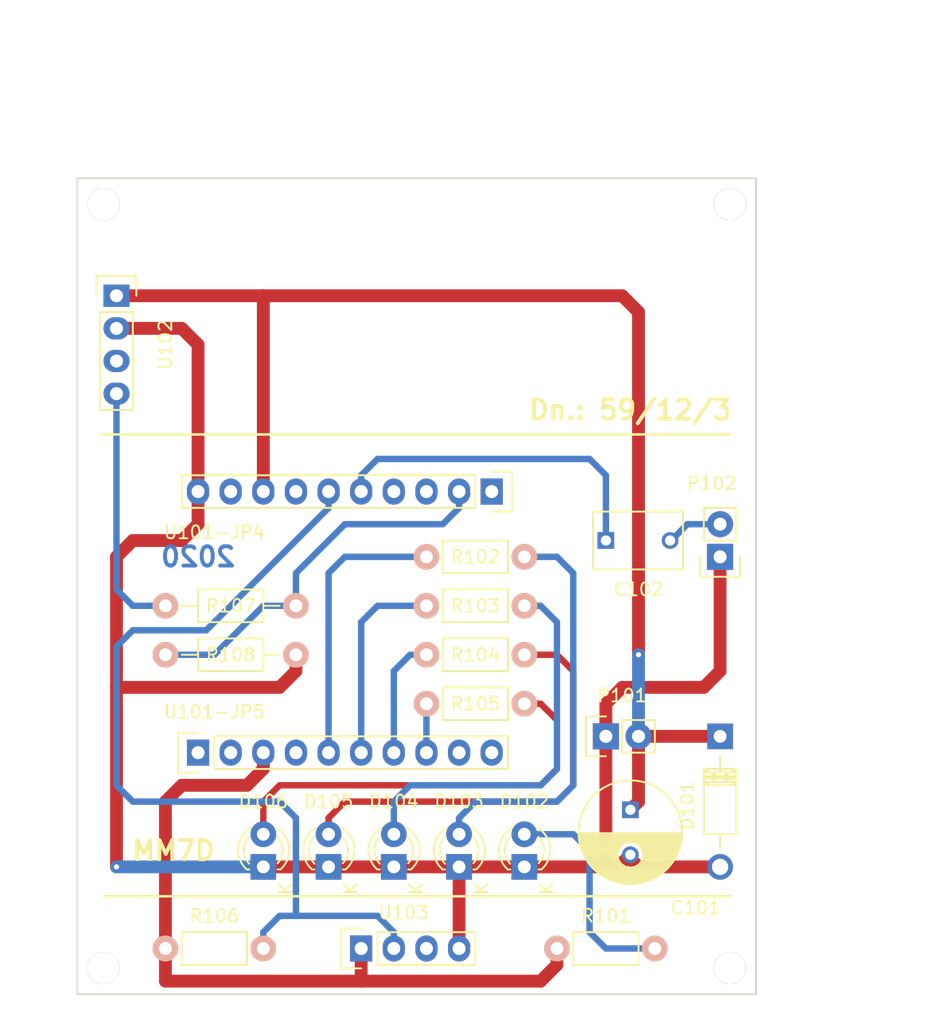
<source format=kicad_pcb>
(kicad_pcb (version 4) (host pcbnew 4.0.5+dfsg1-4)

  (general
    (links 35)
    (no_connects 0)
    (area 123.876999 66.980999 176.859001 130.631001)
    (thickness 1.6)
    (drawings 13)
    (tracks 135)
    (zones 0)
    (modules 26)
    (nets 30)
  )

  (page A4)
  (title_block
    (title "MM7D Air quality measuring device")
    (date 2020-06-20)
    (rev 200620)
    (company "Pozsar Zsolt - http://www.szerafingomba.hu")
    (comment 4 "Draw no.: 59/12/3")
  )

  (layers
    (0 F.Cu signal)
    (31 B.Cu jumper)
    (33 F.Adhes user hide)
    (35 F.Paste user hide)
    (37 F.SilkS user)
    (38 B.Mask user)
    (40 Dwgs.User user)
    (41 Cmts.User user)
    (42 Eco1.User user)
    (43 Eco2.User user)
    (44 Edge.Cuts user)
    (45 Margin user)
    (46 B.CrtYd user)
    (47 F.CrtYd user)
    (49 F.Fab user)
  )

  (setup
    (last_trace_width 0.5)
    (user_trace_width 0.5)
    (user_trace_width 1)
    (user_trace_width 2.5)
    (trace_clearance 0.2)
    (zone_clearance 0.508)
    (zone_45_only no)
    (trace_min 0.2)
    (segment_width 0.2)
    (edge_width 0.15)
    (via_size 0.6)
    (via_drill 0.4)
    (via_min_size 0.4)
    (via_min_drill 0.3)
    (uvia_size 0.3)
    (uvia_drill 0.1)
    (uvias_allowed no)
    (uvia_min_size 0.2)
    (uvia_min_drill 0.1)
    (pcb_text_width 0.3)
    (pcb_text_size 1.5 1.5)
    (mod_edge_width 0.15)
    (mod_text_size 1 1)
    (mod_text_width 0.15)
    (pad_size 1.99898 1.99898)
    (pad_drill 1.00076)
    (pad_to_mask_clearance 0.2)
    (aux_axis_origin 123.952 67.056)
    (visible_elements 7FFEFF7F)
    (pcbplotparams
      (layerselection 0x01020_80000001)
      (usegerberextensions false)
      (excludeedgelayer false)
      (linewidth 0.150000)
      (plotframeref false)
      (viasonmask false)
      (mode 1)
      (useauxorigin false)
      (hpglpennumber 1)
      (hpglpenspeed 20)
      (hpglpendiameter 15)
      (hpglpenoverlay 2)
      (psnegative false)
      (psa4output false)
      (plotreference false)
      (plotvalue false)
      (plotinvisibletext false)
      (padsonsilk false)
      (subtractmaskfromsilk false)
      (outputformat 1)
      (mirror false)
      (drillshape 0)
      (scaleselection 1)
      (outputdirectory ""))
  )

  (net 0 "")
  (net 1 +5V)
  (net 2 GND)
  (net 3 +3V3)
  (net 4 "Net-(C102-Pad1)")
  (net 5 "Net-(C102-Pad2)")
  (net 6 "Net-(D102-Pad2)")
  (net 7 "Net-(D103-Pad2)")
  (net 8 "Net-(D104-Pad2)")
  (net 9 "Net-(D105-Pad2)")
  (net 10 "Net-(D106-Pad2)")
  (net 11 "Net-(R102-Pad2)")
  (net 12 "Net-(R103-Pad1)")
  (net 13 "Net-(R104-Pad1)")
  (net 14 "Net-(R105-Pad1)")
  (net 15 "Net-(R106-Pad2)")
  (net 16 "Net-(R107-Pad1)")
  (net 17 "Net-(R107-Pad2)")
  (net 18 "Net-(U103-Pad3)")
  (net 19 "Net-(U101-JP4-Pad1)")
  (net 20 "Net-(U101-JP4-Pad3)")
  (net 21 "Net-(U101-JP4-Pad4)")
  (net 22 "Net-(U101-JP4-Pad7)")
  (net 23 "Net-(U101-JP4-Pad9)")
  (net 24 "Net-(U101-JP5-Pad1)")
  (net 25 "Net-(U101-JP5-Pad2)")
  (net 26 "Net-(U101-JP5-Pad4)")
  (net 27 "Net-(U101-JP5-Pad9)")
  (net 28 "Net-(U101-JP5-Pad10)")
  (net 29 "Net-(U102-Pad3)")

  (net_class Default "This is the default net class."
    (clearance 0.2)
    (trace_width 0.25)
    (via_dia 0.6)
    (via_drill 0.4)
    (uvia_dia 0.3)
    (uvia_drill 0.1)
    (add_net +3V3)
    (add_net +5V)
    (add_net GND)
    (add_net "Net-(C102-Pad1)")
    (add_net "Net-(C102-Pad2)")
    (add_net "Net-(D102-Pad2)")
    (add_net "Net-(D103-Pad2)")
    (add_net "Net-(D104-Pad2)")
    (add_net "Net-(D105-Pad2)")
    (add_net "Net-(D106-Pad2)")
    (add_net "Net-(R102-Pad2)")
    (add_net "Net-(R103-Pad1)")
    (add_net "Net-(R104-Pad1)")
    (add_net "Net-(R105-Pad1)")
    (add_net "Net-(R106-Pad2)")
    (add_net "Net-(R107-Pad1)")
    (add_net "Net-(R107-Pad2)")
    (add_net "Net-(U101-JP4-Pad1)")
    (add_net "Net-(U101-JP4-Pad3)")
    (add_net "Net-(U101-JP4-Pad4)")
    (add_net "Net-(U101-JP4-Pad7)")
    (add_net "Net-(U101-JP4-Pad9)")
    (add_net "Net-(U101-JP5-Pad1)")
    (add_net "Net-(U101-JP5-Pad10)")
    (add_net "Net-(U101-JP5-Pad2)")
    (add_net "Net-(U101-JP5-Pad4)")
    (add_net "Net-(U101-JP5-Pad9)")
    (add_net "Net-(U102-Pad3)")
    (add_net "Net-(U103-Pad3)")
  )

  (module Resistors_THT:Resistor_Horizontal_RM7mm (layer F.Cu) (tedit 5F0DF4AE) (tstamp 5F0DB64F)
    (at 158.75 96.52 180)
    (descr "Resistor, Axial,  RM 7.62mm, 1/3W,")
    (tags "Resistor Axial RM 7.62mm 1/3W R3")
    (path /5EF7A4FE)
    (fp_text reference R102 (at 3.81 0 180) (layer F.SilkS)
      (effects (font (size 1 1) (thickness 0.15)))
    )
    (fp_text value 470 (at 3.81 3.81 180) (layer F.Fab)
      (effects (font (size 1 1) (thickness 0.15)))
    )
    (fp_line (start -1.25 -1.5) (end 8.85 -1.5) (layer F.CrtYd) (width 0.05))
    (fp_line (start -1.25 1.5) (end -1.25 -1.5) (layer F.CrtYd) (width 0.05))
    (fp_line (start 8.85 -1.5) (end 8.85 1.5) (layer F.CrtYd) (width 0.05))
    (fp_line (start -1.25 1.5) (end 8.85 1.5) (layer F.CrtYd) (width 0.05))
    (fp_line (start 1.27 -1.27) (end 6.35 -1.27) (layer F.SilkS) (width 0.15))
    (fp_line (start 6.35 -1.27) (end 6.35 1.27) (layer F.SilkS) (width 0.15))
    (fp_line (start 6.35 1.27) (end 1.27 1.27) (layer F.SilkS) (width 0.15))
    (fp_line (start 1.27 1.27) (end 1.27 -1.27) (layer F.SilkS) (width 0.15))
    (pad 1 thru_hole circle (at 0 0 180) (size 1.99898 1.99898) (drill 1.00076) (layers *.Cu *.SilkS *.Mask)
      (net 7 "Net-(D103-Pad2)"))
    (pad 2 thru_hole circle (at 7.62 0 180) (size 1.99898 1.99898) (drill 1.00076) (layers *.Cu *.SilkS *.Mask)
      (net 11 "Net-(R102-Pad2)"))
  )

  (module Resistors_THT:Resistor_Horizontal_RM7mm (layer F.Cu) (tedit 5F0DF4B5) (tstamp 5F0DB66B)
    (at 151.13 100.33)
    (descr "Resistor, Axial,  RM 7.62mm, 1/3W,")
    (tags "Resistor Axial RM 7.62mm 1/3W R3")
    (path /5EEE416B)
    (fp_text reference R103 (at 3.81 0) (layer F.SilkS)
      (effects (font (size 1 1) (thickness 0.15)))
    )
    (fp_text value 470 (at 3.81 3.81) (layer F.Fab)
      (effects (font (size 1 1) (thickness 0.15)))
    )
    (fp_line (start -1.25 -1.5) (end 8.85 -1.5) (layer F.CrtYd) (width 0.05))
    (fp_line (start -1.25 1.5) (end -1.25 -1.5) (layer F.CrtYd) (width 0.05))
    (fp_line (start 8.85 -1.5) (end 8.85 1.5) (layer F.CrtYd) (width 0.05))
    (fp_line (start -1.25 1.5) (end 8.85 1.5) (layer F.CrtYd) (width 0.05))
    (fp_line (start 1.27 -1.27) (end 6.35 -1.27) (layer F.SilkS) (width 0.15))
    (fp_line (start 6.35 -1.27) (end 6.35 1.27) (layer F.SilkS) (width 0.15))
    (fp_line (start 6.35 1.27) (end 1.27 1.27) (layer F.SilkS) (width 0.15))
    (fp_line (start 1.27 1.27) (end 1.27 -1.27) (layer F.SilkS) (width 0.15))
    (pad 1 thru_hole circle (at 0 0) (size 1.99898 1.99898) (drill 1.00076) (layers *.Cu *.SilkS *.Mask)
      (net 12 "Net-(R103-Pad1)"))
    (pad 2 thru_hole circle (at 7.62 0) (size 1.99898 1.99898) (drill 1.00076) (layers *.Cu *.SilkS *.Mask)
      (net 8 "Net-(D104-Pad2)"))
  )

  (module Resistors_THT:Resistor_Horizontal_RM7mm (layer F.Cu) (tedit 5F0DF4C7) (tstamp 5F0DB694)
    (at 151.13 107.95)
    (descr "Resistor, Axial,  RM 7.62mm, 1/3W,")
    (tags "Resistor Axial RM 7.62mm 1/3W R3")
    (path /5EF787E4)
    (fp_text reference R105 (at 3.81 0) (layer F.SilkS)
      (effects (font (size 1 1) (thickness 0.15)))
    )
    (fp_text value 470 (at 3.81 3.81) (layer F.Fab)
      (effects (font (size 1 1) (thickness 0.15)))
    )
    (fp_line (start -1.25 -1.5) (end 8.85 -1.5) (layer F.CrtYd) (width 0.05))
    (fp_line (start -1.25 1.5) (end -1.25 -1.5) (layer F.CrtYd) (width 0.05))
    (fp_line (start 8.85 -1.5) (end 8.85 1.5) (layer F.CrtYd) (width 0.05))
    (fp_line (start -1.25 1.5) (end 8.85 1.5) (layer F.CrtYd) (width 0.05))
    (fp_line (start 1.27 -1.27) (end 6.35 -1.27) (layer F.SilkS) (width 0.15))
    (fp_line (start 6.35 -1.27) (end 6.35 1.27) (layer F.SilkS) (width 0.15))
    (fp_line (start 6.35 1.27) (end 1.27 1.27) (layer F.SilkS) (width 0.15))
    (fp_line (start 1.27 1.27) (end 1.27 -1.27) (layer F.SilkS) (width 0.15))
    (pad 1 thru_hole circle (at 0 0) (size 1.99898 1.99898) (drill 1.00076) (layers *.Cu *.SilkS *.Mask)
      (net 14 "Net-(R105-Pad1)"))
    (pad 2 thru_hole circle (at 7.62 0) (size 1.99898 1.99898) (drill 1.00076) (layers *.Cu *.SilkS *.Mask)
      (net 10 "Net-(D106-Pad2)"))
  )

  (module Resistors_THT:Resistor_Horizontal_RM7mm (layer F.Cu) (tedit 5F0DF4BE) (tstamp 5F0DB6AF)
    (at 151.13 104.14)
    (descr "Resistor, Axial,  RM 7.62mm, 1/3W,")
    (tags "Resistor Axial RM 7.62mm 1/3W R3")
    (path /5EF77CF6)
    (fp_text reference R104 (at 3.81 0) (layer F.SilkS)
      (effects (font (size 1 1) (thickness 0.15)))
    )
    (fp_text value 470 (at 3.81 3.81) (layer F.Fab)
      (effects (font (size 1 1) (thickness 0.15)))
    )
    (fp_line (start -1.25 -1.5) (end 8.85 -1.5) (layer F.CrtYd) (width 0.05))
    (fp_line (start -1.25 1.5) (end -1.25 -1.5) (layer F.CrtYd) (width 0.05))
    (fp_line (start 8.85 -1.5) (end 8.85 1.5) (layer F.CrtYd) (width 0.05))
    (fp_line (start -1.25 1.5) (end 8.85 1.5) (layer F.CrtYd) (width 0.05))
    (fp_line (start 1.27 -1.27) (end 6.35 -1.27) (layer F.SilkS) (width 0.15))
    (fp_line (start 6.35 -1.27) (end 6.35 1.27) (layer F.SilkS) (width 0.15))
    (fp_line (start 6.35 1.27) (end 1.27 1.27) (layer F.SilkS) (width 0.15))
    (fp_line (start 1.27 1.27) (end 1.27 -1.27) (layer F.SilkS) (width 0.15))
    (pad 1 thru_hole circle (at 0 0) (size 1.99898 1.99898) (drill 1.00076) (layers *.Cu *.SilkS *.Mask)
      (net 13 "Net-(R104-Pad1)"))
    (pad 2 thru_hole circle (at 7.62 0) (size 1.99898 1.99898) (drill 1.00076) (layers *.Cu *.SilkS *.Mask)
      (net 9 "Net-(D105-Pad2)"))
  )

  (module Resistors_THT:Resistor_Horizontal_RM7mm (layer F.Cu) (tedit 5F0DF68E) (tstamp 5F0DB777)
    (at 130.81 127)
    (descr "Resistor, Axial,  RM 7.62mm, 1/3W,")
    (tags "Resistor Axial RM 7.62mm 1/3W R3")
    (path /5EEE8D51)
    (fp_text reference R106 (at 3.81 -2.54) (layer F.SilkS)
      (effects (font (size 1 1) (thickness 0.15)))
    )
    (fp_text value 4.7k (at 3.81 3.81) (layer F.Fab)
      (effects (font (size 1 1) (thickness 0.15)))
    )
    (fp_line (start -1.25 -1.5) (end 8.85 -1.5) (layer F.CrtYd) (width 0.05))
    (fp_line (start -1.25 1.5) (end -1.25 -1.5) (layer F.CrtYd) (width 0.05))
    (fp_line (start 8.85 -1.5) (end 8.85 1.5) (layer F.CrtYd) (width 0.05))
    (fp_line (start -1.25 1.5) (end 8.85 1.5) (layer F.CrtYd) (width 0.05))
    (fp_line (start 1.27 -1.27) (end 6.35 -1.27) (layer F.SilkS) (width 0.15))
    (fp_line (start 6.35 -1.27) (end 6.35 1.27) (layer F.SilkS) (width 0.15))
    (fp_line (start 6.35 1.27) (end 1.27 1.27) (layer F.SilkS) (width 0.15))
    (fp_line (start 1.27 1.27) (end 1.27 -1.27) (layer F.SilkS) (width 0.15))
    (pad 1 thru_hole circle (at 0 0) (size 1.99898 1.99898) (drill 1.00076) (layers *.Cu *.SilkS *.Mask)
      (net 3 +3V3))
    (pad 2 thru_hole circle (at 7.62 0) (size 1.99898 1.99898) (drill 1.00076) (layers *.Cu *.SilkS *.Mask)
      (net 15 "Net-(R106-Pad2)"))
  )

  (module Resistors_THT:Resistor_Horizontal_RM10mm (layer F.Cu) (tedit 5F0DF49B) (tstamp 5F0DBB52)
    (at 130.81 100.33)
    (descr "Resistor, Axial,  RM 10mm, 1/3W")
    (tags "Resistor Axial RM 10mm 1/3W")
    (path /5EEEB91E)
    (fp_text reference R107 (at 5.08 0) (layer F.SilkS)
      (effects (font (size 1 1) (thickness 0.15)))
    )
    (fp_text value 39k (at 5.08 3.81) (layer F.Fab)
      (effects (font (size 1 1) (thickness 0.15)))
    )
    (fp_line (start -1.25 -1.5) (end 11.4 -1.5) (layer F.CrtYd) (width 0.05))
    (fp_line (start -1.25 1.5) (end -1.25 -1.5) (layer F.CrtYd) (width 0.05))
    (fp_line (start 11.4 -1.5) (end 11.4 1.5) (layer F.CrtYd) (width 0.05))
    (fp_line (start -1.25 1.5) (end 11.4 1.5) (layer F.CrtYd) (width 0.05))
    (fp_line (start 2.54 -1.27) (end 7.62 -1.27) (layer F.SilkS) (width 0.15))
    (fp_line (start 7.62 -1.27) (end 7.62 1.27) (layer F.SilkS) (width 0.15))
    (fp_line (start 7.62 1.27) (end 2.54 1.27) (layer F.SilkS) (width 0.15))
    (fp_line (start 2.54 1.27) (end 2.54 -1.27) (layer F.SilkS) (width 0.15))
    (fp_line (start 2.54 0) (end 1.27 0) (layer F.SilkS) (width 0.15))
    (fp_line (start 7.62 0) (end 8.89 0) (layer F.SilkS) (width 0.15))
    (pad 1 thru_hole circle (at 0 0) (size 1.99898 1.99898) (drill 1.00076) (layers *.Cu *.SilkS *.Mask)
      (net 16 "Net-(R107-Pad1)"))
    (pad 2 thru_hole circle (at 10.16 0) (size 1.99898 1.99898) (drill 1.00076) (layers *.Cu *.SilkS *.Mask)
      (net 17 "Net-(R107-Pad2)"))
    (model Resistors_ThroughHole.3dshapes/Resistor_Horizontal_RM10mm.wrl
      (at (xyz 0.2 0 0))
      (scale (xyz 0.4 0.4 0.4))
      (rotate (xyz 0 0 0))
    )
  )

  (module Resistors_THT:Resistor_Horizontal_RM10mm (layer F.Cu) (tedit 5F0DF4A4) (tstamp 5F0DBB71)
    (at 130.81 104.14)
    (descr "Resistor, Axial,  RM 10mm, 1/3W")
    (tags "Resistor Axial RM 10mm 1/3W")
    (path /5EEEB0AE)
    (fp_text reference R108 (at 5.08 0) (layer F.SilkS)
      (effects (font (size 1 1) (thickness 0.15)))
    )
    (fp_text value 9.1k (at 5.08 3.81) (layer F.Fab)
      (effects (font (size 1 1) (thickness 0.15)))
    )
    (fp_line (start -1.25 -1.5) (end 11.4 -1.5) (layer F.CrtYd) (width 0.05))
    (fp_line (start -1.25 1.5) (end -1.25 -1.5) (layer F.CrtYd) (width 0.05))
    (fp_line (start 11.4 -1.5) (end 11.4 1.5) (layer F.CrtYd) (width 0.05))
    (fp_line (start -1.25 1.5) (end 11.4 1.5) (layer F.CrtYd) (width 0.05))
    (fp_line (start 2.54 -1.27) (end 7.62 -1.27) (layer F.SilkS) (width 0.15))
    (fp_line (start 7.62 -1.27) (end 7.62 1.27) (layer F.SilkS) (width 0.15))
    (fp_line (start 7.62 1.27) (end 2.54 1.27) (layer F.SilkS) (width 0.15))
    (fp_line (start 2.54 1.27) (end 2.54 -1.27) (layer F.SilkS) (width 0.15))
    (fp_line (start 2.54 0) (end 1.27 0) (layer F.SilkS) (width 0.15))
    (fp_line (start 7.62 0) (end 8.89 0) (layer F.SilkS) (width 0.15))
    (pad 1 thru_hole circle (at 0 0) (size 1.99898 1.99898) (drill 1.00076) (layers *.Cu *.SilkS *.Mask)
      (net 17 "Net-(R107-Pad2)"))
    (pad 2 thru_hole circle (at 10.16 0) (size 1.99898 1.99898) (drill 1.00076) (layers *.Cu *.SilkS *.Mask)
      (net 2 GND))
    (model Resistors_ThroughHole.3dshapes/Resistor_Horizontal_RM10mm.wrl
      (at (xyz 0.2 0 0))
      (scale (xyz 0.4 0.4 0.4))
      (rotate (xyz 0 0 0))
    )
  )

  (module LEDs:LED-3MM (layer F.Cu) (tedit 5F0DF66E) (tstamp 5F125FD5)
    (at 138.43 120.65 90)
    (descr "LED 3mm round vertical")
    (tags "LED  3mm round vertical")
    (path /5EF8725D)
    (fp_text reference D106 (at 5.08 0 180) (layer F.SilkS)
      (effects (font (size 1 1) (thickness 0.15)))
    )
    (fp_text value red (at 1.3 -2.9 90) (layer F.Fab)
      (effects (font (size 1 1) (thickness 0.15)))
    )
    (fp_line (start -1.2 2.3) (end 3.8 2.3) (layer F.CrtYd) (width 0.05))
    (fp_line (start 3.8 2.3) (end 3.8 -2.2) (layer F.CrtYd) (width 0.05))
    (fp_line (start 3.8 -2.2) (end -1.2 -2.2) (layer F.CrtYd) (width 0.05))
    (fp_line (start -1.2 -2.2) (end -1.2 2.3) (layer F.CrtYd) (width 0.05))
    (fp_line (start -0.199 1.314) (end -0.199 1.114) (layer F.SilkS) (width 0.15))
    (fp_line (start -0.199 -1.28) (end -0.199 -1.1) (layer F.SilkS) (width 0.15))
    (fp_arc (start 1.301 0.034) (end -0.199 -1.286) (angle 108.5) (layer F.SilkS) (width 0.15))
    (fp_arc (start 1.301 0.034) (end 0.25 -1.1) (angle 85.7) (layer F.SilkS) (width 0.15))
    (fp_arc (start 1.311 0.034) (end 3.051 0.994) (angle 110) (layer F.SilkS) (width 0.15))
    (fp_arc (start 1.301 0.034) (end 2.335 1.094) (angle 87.5) (layer F.SilkS) (width 0.15))
    (fp_text user K (at -1.69 1.74 90) (layer F.SilkS)
      (effects (font (size 1 1) (thickness 0.15)))
    )
    (pad 1 thru_hole rect (at 0 0 180) (size 2 2) (drill 1.00076) (layers *.Cu *.Mask)
      (net 2 GND))
    (pad 2 thru_hole circle (at 2.54 0 90) (size 2 2) (drill 1.00076) (layers *.Cu *.Mask)
      (net 10 "Net-(D106-Pad2)"))
    (model LEDs.3dshapes/LED-3MM.wrl
      (at (xyz 0.05 0 0))
      (scale (xyz 1 1 1))
      (rotate (xyz 0 0 90))
    )
  )

  (module LEDs:LED-3MM (layer F.Cu) (tedit 5F0DF669) (tstamp 5F125EF7)
    (at 143.51 120.65 90)
    (descr "LED 3mm round vertical")
    (tags "LED  3mm round vertical")
    (path /5EF871E6)
    (fp_text reference D105 (at 5.08 0 180) (layer F.SilkS)
      (effects (font (size 1 1) (thickness 0.15)))
    )
    (fp_text value yellow (at 1.3 -2.9 90) (layer F.Fab)
      (effects (font (size 1 1) (thickness 0.15)))
    )
    (fp_line (start -1.2 2.3) (end 3.8 2.3) (layer F.CrtYd) (width 0.05))
    (fp_line (start 3.8 2.3) (end 3.8 -2.2) (layer F.CrtYd) (width 0.05))
    (fp_line (start 3.8 -2.2) (end -1.2 -2.2) (layer F.CrtYd) (width 0.05))
    (fp_line (start -1.2 -2.2) (end -1.2 2.3) (layer F.CrtYd) (width 0.05))
    (fp_line (start -0.199 1.314) (end -0.199 1.114) (layer F.SilkS) (width 0.15))
    (fp_line (start -0.199 -1.28) (end -0.199 -1.1) (layer F.SilkS) (width 0.15))
    (fp_arc (start 1.301 0.034) (end -0.199 -1.286) (angle 108.5) (layer F.SilkS) (width 0.15))
    (fp_arc (start 1.301 0.034) (end 0.25 -1.1) (angle 85.7) (layer F.SilkS) (width 0.15))
    (fp_arc (start 1.311 0.034) (end 3.051 0.994) (angle 110) (layer F.SilkS) (width 0.15))
    (fp_arc (start 1.301 0.034) (end 2.335 1.094) (angle 87.5) (layer F.SilkS) (width 0.15))
    (fp_text user K (at -1.69 1.74 90) (layer F.SilkS)
      (effects (font (size 1 1) (thickness 0.15)))
    )
    (pad 1 thru_hole rect (at 0 0 180) (size 2 2) (drill 1.00076) (layers *.Cu *.Mask)
      (net 2 GND))
    (pad 2 thru_hole circle (at 2.54 0 90) (size 2 2) (drill 1.00076) (layers *.Cu *.Mask)
      (net 9 "Net-(D105-Pad2)"))
    (model LEDs.3dshapes/LED-3MM.wrl
      (at (xyz 0.05 0 0))
      (scale (xyz 1 1 1))
      (rotate (xyz 0 0 90))
    )
  )

  (module LEDs:LED-3MM (layer F.Cu) (tedit 5F0DF666) (tstamp 5F125EC1)
    (at 148.59 120.65 90)
    (descr "LED 3mm round vertical")
    (tags "LED  3mm round vertical")
    (path /5EF87176)
    (fp_text reference D104 (at 5.08 0 180) (layer F.SilkS)
      (effects (font (size 1 1) (thickness 0.15)))
    )
    (fp_text value green (at 1.3 -2.9 90) (layer F.Fab)
      (effects (font (size 1 1) (thickness 0.15)))
    )
    (fp_line (start -1.2 2.3) (end 3.8 2.3) (layer F.CrtYd) (width 0.05))
    (fp_line (start 3.8 2.3) (end 3.8 -2.2) (layer F.CrtYd) (width 0.05))
    (fp_line (start 3.8 -2.2) (end -1.2 -2.2) (layer F.CrtYd) (width 0.05))
    (fp_line (start -1.2 -2.2) (end -1.2 2.3) (layer F.CrtYd) (width 0.05))
    (fp_line (start -0.199 1.314) (end -0.199 1.114) (layer F.SilkS) (width 0.15))
    (fp_line (start -0.199 -1.28) (end -0.199 -1.1) (layer F.SilkS) (width 0.15))
    (fp_arc (start 1.301 0.034) (end -0.199 -1.286) (angle 108.5) (layer F.SilkS) (width 0.15))
    (fp_arc (start 1.301 0.034) (end 0.25 -1.1) (angle 85.7) (layer F.SilkS) (width 0.15))
    (fp_arc (start 1.311 0.034) (end 3.051 0.994) (angle 110) (layer F.SilkS) (width 0.15))
    (fp_arc (start 1.301 0.034) (end 2.335 1.094) (angle 87.5) (layer F.SilkS) (width 0.15))
    (fp_text user K (at -1.69 1.74 90) (layer F.SilkS)
      (effects (font (size 1 1) (thickness 0.15)))
    )
    (pad 1 thru_hole rect (at 0 0 180) (size 2 2) (drill 1.00076) (layers *.Cu *.Mask)
      (net 2 GND))
    (pad 2 thru_hole circle (at 2.54 0 90) (size 2 2) (drill 1.00076) (layers *.Cu *.Mask)
      (net 8 "Net-(D104-Pad2)"))
    (model LEDs.3dshapes/LED-3MM.wrl
      (at (xyz 0.05 0 0))
      (scale (xyz 1 1 1))
      (rotate (xyz 0 0 90))
    )
  )

  (module LEDs:LED-3MM (layer F.Cu) (tedit 5F0DF662) (tstamp 5F125E8B)
    (at 153.67 120.65 90)
    (descr "LED 3mm round vertical")
    (tags "LED  3mm round vertical")
    (path /5EF8710B)
    (fp_text reference D103 (at 5.08 0 180) (layer F.SilkS)
      (effects (font (size 1 1) (thickness 0.15)))
    )
    (fp_text value blue (at 1.3 -2.9 90) (layer F.Fab)
      (effects (font (size 1 1) (thickness 0.15)))
    )
    (fp_line (start -1.2 2.3) (end 3.8 2.3) (layer F.CrtYd) (width 0.05))
    (fp_line (start 3.8 2.3) (end 3.8 -2.2) (layer F.CrtYd) (width 0.05))
    (fp_line (start 3.8 -2.2) (end -1.2 -2.2) (layer F.CrtYd) (width 0.05))
    (fp_line (start -1.2 -2.2) (end -1.2 2.3) (layer F.CrtYd) (width 0.05))
    (fp_line (start -0.199 1.314) (end -0.199 1.114) (layer F.SilkS) (width 0.15))
    (fp_line (start -0.199 -1.28) (end -0.199 -1.1) (layer F.SilkS) (width 0.15))
    (fp_arc (start 1.301 0.034) (end -0.199 -1.286) (angle 108.5) (layer F.SilkS) (width 0.15))
    (fp_arc (start 1.301 0.034) (end 0.25 -1.1) (angle 85.7) (layer F.SilkS) (width 0.15))
    (fp_arc (start 1.311 0.034) (end 3.051 0.994) (angle 110) (layer F.SilkS) (width 0.15))
    (fp_arc (start 1.301 0.034) (end 2.335 1.094) (angle 87.5) (layer F.SilkS) (width 0.15))
    (fp_text user K (at -1.69 1.74 90) (layer F.SilkS)
      (effects (font (size 1 1) (thickness 0.15)))
    )
    (pad 1 thru_hole rect (at 0 0 180) (size 2 2) (drill 1.00076) (layers *.Cu *.Mask)
      (net 2 GND))
    (pad 2 thru_hole circle (at 2.54 0 90) (size 2 2) (drill 1.00076) (layers *.Cu *.Mask)
      (net 7 "Net-(D103-Pad2)"))
    (model LEDs.3dshapes/LED-3MM.wrl
      (at (xyz 0.05 0 0))
      (scale (xyz 1 1 1))
      (rotate (xyz 0 0 90))
    )
  )

  (module LEDs:LED-3MM (layer F.Cu) (tedit 5F0DF65E) (tstamp 5F125E55)
    (at 158.75 120.65 90)
    (descr "LED 3mm round vertical")
    (tags "LED  3mm round vertical")
    (path /5EF86B1D)
    (fp_text reference D102 (at 5.08 0 180) (layer F.SilkS)
      (effects (font (size 1 1) (thickness 0.15)))
    )
    (fp_text value white (at 1.3 -2.9 90) (layer F.Fab)
      (effects (font (size 1 1) (thickness 0.15)))
    )
    (fp_line (start -1.2 2.3) (end 3.8 2.3) (layer F.CrtYd) (width 0.05))
    (fp_line (start 3.8 2.3) (end 3.8 -2.2) (layer F.CrtYd) (width 0.05))
    (fp_line (start 3.8 -2.2) (end -1.2 -2.2) (layer F.CrtYd) (width 0.05))
    (fp_line (start -1.2 -2.2) (end -1.2 2.3) (layer F.CrtYd) (width 0.05))
    (fp_line (start -0.199 1.314) (end -0.199 1.114) (layer F.SilkS) (width 0.15))
    (fp_line (start -0.199 -1.28) (end -0.199 -1.1) (layer F.SilkS) (width 0.15))
    (fp_arc (start 1.301 0.034) (end -0.199 -1.286) (angle 108.5) (layer F.SilkS) (width 0.15))
    (fp_arc (start 1.301 0.034) (end 0.25 -1.1) (angle 85.7) (layer F.SilkS) (width 0.15))
    (fp_arc (start 1.311 0.034) (end 3.051 0.994) (angle 110) (layer F.SilkS) (width 0.15))
    (fp_arc (start 1.301 0.034) (end 2.335 1.094) (angle 87.5) (layer F.SilkS) (width 0.15))
    (fp_text user K (at -1.69 1.74 90) (layer F.SilkS)
      (effects (font (size 1 1) (thickness 0.15)))
    )
    (pad 1 thru_hole rect (at 0 0 180) (size 2 2) (drill 1.00076) (layers *.Cu *.Mask)
      (net 2 GND))
    (pad 2 thru_hole circle (at 2.54 0 90) (size 2 2) (drill 1.00076) (layers *.Cu *.Mask)
      (net 6 "Net-(D102-Pad2)"))
    (model LEDs.3dshapes/LED-3MM.wrl
      (at (xyz 0.05 0 0))
      (scale (xyz 1 1 1))
      (rotate (xyz 0 0 90))
    )
  )

  (module Socket_Strips:Socket_Strip_Straight_1x04 (layer F.Cu) (tedit 5F0DF805) (tstamp 5F0DF399)
    (at 127 76.2 270)
    (descr "Through hole socket strip")
    (tags "socket strip")
    (path /5EEEA952)
    (fp_text reference U102 (at 3.81 -3.81 270) (layer F.SilkS)
      (effects (font (size 1 1) (thickness 0.15)))
    )
    (fp_text value MQ-135M (at 0 -3.1 270) (layer F.Fab)
      (effects (font (size 1 1) (thickness 0.15)))
    )
    (fp_line (start -1.75 -1.75) (end -1.75 1.75) (layer F.CrtYd) (width 0.05))
    (fp_line (start 9.4 -1.75) (end 9.4 1.75) (layer F.CrtYd) (width 0.05))
    (fp_line (start -1.75 -1.75) (end 9.4 -1.75) (layer F.CrtYd) (width 0.05))
    (fp_line (start -1.75 1.75) (end 9.4 1.75) (layer F.CrtYd) (width 0.05))
    (fp_line (start 1.27 -1.27) (end 8.89 -1.27) (layer F.SilkS) (width 0.15))
    (fp_line (start 1.27 1.27) (end 8.89 1.27) (layer F.SilkS) (width 0.15))
    (fp_line (start -1.55 1.55) (end 0 1.55) (layer F.SilkS) (width 0.15))
    (fp_line (start 8.89 -1.27) (end 8.89 1.27) (layer F.SilkS) (width 0.15))
    (fp_line (start 1.27 1.27) (end 1.27 -1.27) (layer F.SilkS) (width 0.15))
    (fp_line (start 0 -1.55) (end -1.55 -1.55) (layer F.SilkS) (width 0.15))
    (fp_line (start -1.55 -1.55) (end -1.55 1.55) (layer F.SilkS) (width 0.15))
    (pad 1 thru_hole rect (at 0 0 270) (size 1.7272 2.032) (drill 1.016) (layers *.Cu *.Mask)
      (net 1 +5V))
    (pad 2 thru_hole oval (at 2.54 0 270) (size 1.7272 2.032) (drill 1.016) (layers *.Cu *.Mask)
      (net 2 GND))
    (pad 3 thru_hole oval (at 5.08 0 270) (size 1.7272 2.032) (drill 1.016) (layers *.Cu *.Mask)
      (net 29 "Net-(U102-Pad3)"))
    (pad 4 thru_hole oval (at 7.62 0 270) (size 1.7272 2.032) (drill 1.016) (layers *.Cu *.Mask)
      (net 16 "Net-(R107-Pad1)"))
    (model Socket_Strips.3dshapes/Socket_Strip_Straight_1x04.wrl
      (at (xyz 0.15 0 0))
      (scale (xyz 1 1 1))
      (rotate (xyz 0 0 180))
    )
  )

  (module Socket_Strips:Socket_Strip_Straight_1x10 (layer F.Cu) (tedit 5F0DF757) (tstamp 5F0DF3F1)
    (at 133.35 111.76)
    (descr "Through hole socket strip")
    (tags "socket strip")
    (path /5F0DE95D)
    (fp_text reference U101-JP5 (at 1.27 -3.175) (layer F.SilkS)
      (effects (font (size 1 1) (thickness 0.15)))
    )
    (fp_text value CONN_01X10 (at 0 -3.1) (layer F.Fab)
      (effects (font (size 1 1) (thickness 0.15)))
    )
    (fp_line (start -1.75 -1.75) (end -1.75 1.75) (layer F.CrtYd) (width 0.05))
    (fp_line (start 24.65 -1.75) (end 24.65 1.75) (layer F.CrtYd) (width 0.05))
    (fp_line (start -1.75 -1.75) (end 24.65 -1.75) (layer F.CrtYd) (width 0.05))
    (fp_line (start -1.75 1.75) (end 24.65 1.75) (layer F.CrtYd) (width 0.05))
    (fp_line (start 1.27 1.27) (end 24.13 1.27) (layer F.SilkS) (width 0.15))
    (fp_line (start 24.13 1.27) (end 24.13 -1.27) (layer F.SilkS) (width 0.15))
    (fp_line (start 24.13 -1.27) (end 1.27 -1.27) (layer F.SilkS) (width 0.15))
    (fp_line (start -1.55 1.55) (end 0 1.55) (layer F.SilkS) (width 0.15))
    (fp_line (start 1.27 1.27) (end 1.27 -1.27) (layer F.SilkS) (width 0.15))
    (fp_line (start 0 -1.55) (end -1.55 -1.55) (layer F.SilkS) (width 0.15))
    (fp_line (start -1.55 -1.55) (end -1.55 1.55) (layer F.SilkS) (width 0.15))
    (pad 1 thru_hole rect (at 0 0) (size 1.7272 2.032) (drill 1.016) (layers *.Cu *.Mask)
      (net 24 "Net-(U101-JP5-Pad1)"))
    (pad 2 thru_hole oval (at 2.54 0) (size 1.7272 2.032) (drill 1.016) (layers *.Cu *.Mask)
      (net 25 "Net-(U101-JP5-Pad2)"))
    (pad 3 thru_hole oval (at 5.08 0) (size 1.7272 2.032) (drill 1.016) (layers *.Cu *.Mask)
      (net 3 +3V3))
    (pad 4 thru_hole oval (at 7.62 0) (size 1.7272 2.032) (drill 1.016) (layers *.Cu *.Mask)
      (net 26 "Net-(U101-JP5-Pad4)"))
    (pad 5 thru_hole oval (at 10.16 0) (size 1.7272 2.032) (drill 1.016) (layers *.Cu *.Mask)
      (net 11 "Net-(R102-Pad2)"))
    (pad 6 thru_hole oval (at 12.7 0) (size 1.7272 2.032) (drill 1.016) (layers *.Cu *.Mask)
      (net 12 "Net-(R103-Pad1)"))
    (pad 7 thru_hole oval (at 15.24 0) (size 1.7272 2.032) (drill 1.016) (layers *.Cu *.Mask)
      (net 13 "Net-(R104-Pad1)"))
    (pad 8 thru_hole oval (at 17.78 0) (size 1.7272 2.032) (drill 1.016) (layers *.Cu *.Mask)
      (net 14 "Net-(R105-Pad1)"))
    (pad 9 thru_hole oval (at 20.32 0) (size 1.7272 2.032) (drill 1.016) (layers *.Cu *.Mask)
      (net 27 "Net-(U101-JP5-Pad9)"))
    (pad 10 thru_hole oval (at 22.86 0) (size 1.7272 2.032) (drill 1.016) (layers *.Cu *.Mask)
      (net 28 "Net-(U101-JP5-Pad10)"))
    (model Socket_Strips.3dshapes/Socket_Strip_Straight_1x10.wrl
      (at (xyz 0.45 0 0))
      (scale (xyz 1 1 1))
      (rotate (xyz 0 0 180))
    )
  )

  (module Socket_Strips:Socket_Strip_Straight_1x10 (layer F.Cu) (tedit 5F0DF75B) (tstamp 5F0DF3F8)
    (at 156.21 91.44 180)
    (descr "Through hole socket strip")
    (tags "socket strip")
    (path /5F0DEBCD)
    (fp_text reference U101-JP4 (at 21.59 -3.175 180) (layer F.SilkS)
      (effects (font (size 1 1) (thickness 0.15)))
    )
    (fp_text value CONN_01X10 (at 0 -3.1 180) (layer F.Fab)
      (effects (font (size 1 1) (thickness 0.15)))
    )
    (fp_line (start -1.75 -1.75) (end -1.75 1.75) (layer F.CrtYd) (width 0.05))
    (fp_line (start 24.65 -1.75) (end 24.65 1.75) (layer F.CrtYd) (width 0.05))
    (fp_line (start -1.75 -1.75) (end 24.65 -1.75) (layer F.CrtYd) (width 0.05))
    (fp_line (start -1.75 1.75) (end 24.65 1.75) (layer F.CrtYd) (width 0.05))
    (fp_line (start 1.27 1.27) (end 24.13 1.27) (layer F.SilkS) (width 0.15))
    (fp_line (start 24.13 1.27) (end 24.13 -1.27) (layer F.SilkS) (width 0.15))
    (fp_line (start 24.13 -1.27) (end 1.27 -1.27) (layer F.SilkS) (width 0.15))
    (fp_line (start -1.55 1.55) (end 0 1.55) (layer F.SilkS) (width 0.15))
    (fp_line (start 1.27 1.27) (end 1.27 -1.27) (layer F.SilkS) (width 0.15))
    (fp_line (start 0 -1.55) (end -1.55 -1.55) (layer F.SilkS) (width 0.15))
    (fp_line (start -1.55 -1.55) (end -1.55 1.55) (layer F.SilkS) (width 0.15))
    (pad 1 thru_hole rect (at 0 0 180) (size 1.7272 2.032) (drill 1.016) (layers *.Cu *.Mask)
      (net 19 "Net-(U101-JP4-Pad1)"))
    (pad 2 thru_hole oval (at 2.54 0 180) (size 1.7272 2.032) (drill 1.016) (layers *.Cu *.Mask)
      (net 17 "Net-(R107-Pad2)"))
    (pad 3 thru_hole oval (at 5.08 0 180) (size 1.7272 2.032) (drill 1.016) (layers *.Cu *.Mask)
      (net 20 "Net-(U101-JP4-Pad3)"))
    (pad 4 thru_hole oval (at 7.62 0 180) (size 1.7272 2.032) (drill 1.016) (layers *.Cu *.Mask)
      (net 21 "Net-(U101-JP4-Pad4)"))
    (pad 5 thru_hole oval (at 10.16 0 180) (size 1.7272 2.032) (drill 1.016) (layers *.Cu *.Mask)
      (net 4 "Net-(C102-Pad1)"))
    (pad 6 thru_hole oval (at 12.7 0 180) (size 1.7272 2.032) (drill 1.016) (layers *.Cu *.Mask)
      (net 15 "Net-(R106-Pad2)"))
    (pad 7 thru_hole oval (at 15.24 0 180) (size 1.7272 2.032) (drill 1.016) (layers *.Cu *.Mask)
      (net 22 "Net-(U101-JP4-Pad7)"))
    (pad 8 thru_hole oval (at 17.78 0 180) (size 1.7272 2.032) (drill 1.016) (layers *.Cu *.Mask)
      (net 1 +5V))
    (pad 9 thru_hole oval (at 20.32 0 180) (size 1.7272 2.032) (drill 1.016) (layers *.Cu *.Mask)
      (net 23 "Net-(U101-JP4-Pad9)"))
    (pad 10 thru_hole oval (at 22.86 0 180) (size 1.7272 2.032) (drill 1.016) (layers *.Cu *.Mask)
      (net 2 GND))
    (model Socket_Strips.3dshapes/Socket_Strip_Straight_1x10.wrl
      (at (xyz 0.45 0 0))
      (scale (xyz 1 1 1))
      (rotate (xyz 0 0 180))
    )
  )

  (module Capacitors_THT:C_Rect_L7_W4.5_P5 (layer F.Cu) (tedit 5F0DF544) (tstamp 5F0DF5D9)
    (at 165.1 95.25)
    (descr "Film Capacitor Length 7mm x Width 4.5mm, Pitch 5mm")
    (tags Capacitor)
    (path /5EFA265C)
    (fp_text reference C102 (at 2.54 3.81) (layer F.SilkS)
      (effects (font (size 1 1) (thickness 0.15)))
    )
    (fp_text value 2.2u (at 2.5 3.5) (layer F.Fab)
      (effects (font (size 1 1) (thickness 0.15)))
    )
    (fp_line (start -1.25 -2.5) (end 6.25 -2.5) (layer F.CrtYd) (width 0.05))
    (fp_line (start 6.25 -2.5) (end 6.25 2.5) (layer F.CrtYd) (width 0.05))
    (fp_line (start 6.25 2.5) (end -1.25 2.5) (layer F.CrtYd) (width 0.05))
    (fp_line (start -1.25 2.5) (end -1.25 -2.5) (layer F.CrtYd) (width 0.05))
    (fp_line (start -1 -2.25) (end 6 -2.25) (layer F.SilkS) (width 0.15))
    (fp_line (start 6 -2.25) (end 6 2.25) (layer F.SilkS) (width 0.15))
    (fp_line (start 6 2.25) (end -1 2.25) (layer F.SilkS) (width 0.15))
    (fp_line (start -1 2.25) (end -1 -2.25) (layer F.SilkS) (width 0.15))
    (pad 1 thru_hole rect (at 0 0) (size 1.3 1.3) (drill 0.8) (layers *.Cu *.Mask)
      (net 4 "Net-(C102-Pad1)"))
    (pad 2 thru_hole circle (at 5 0) (size 1.3 1.3) (drill 0.8) (layers *.Cu *.Mask)
      (net 5 "Net-(C102-Pad2)"))
    (model Capacitors_ThroughHole.3dshapes/C_Rect_L7_W4.5_P5.wrl
      (at (xyz 0.098425 0 0))
      (scale (xyz 1 1 1))
      (rotate (xyz 0 0 0))
    )
  )

  (module Socket_Strips:Socket_Strip_Straight_1x02 (layer F.Cu) (tedit 5F0DF59D) (tstamp 5F0DF5E0)
    (at 165.1 110.49)
    (descr "Through hole socket strip")
    (tags "socket strip")
    (path /5F0DF004)
    (fp_text reference P101 (at 1.27 -3.175) (layer F.SilkS)
      (effects (font (size 1 1) (thickness 0.15)))
    )
    (fp_text value CONN_01X02 (at 0 -3.1) (layer F.Fab)
      (effects (font (size 1 1) (thickness 0.15)))
    )
    (fp_line (start -1.55 1.55) (end 0 1.55) (layer F.SilkS) (width 0.15))
    (fp_line (start 3.81 1.27) (end 1.27 1.27) (layer F.SilkS) (width 0.15))
    (fp_line (start -1.75 -1.75) (end -1.75 1.75) (layer F.CrtYd) (width 0.05))
    (fp_line (start 4.3 -1.75) (end 4.3 1.75) (layer F.CrtYd) (width 0.05))
    (fp_line (start -1.75 -1.75) (end 4.3 -1.75) (layer F.CrtYd) (width 0.05))
    (fp_line (start -1.75 1.75) (end 4.3 1.75) (layer F.CrtYd) (width 0.05))
    (fp_line (start 1.27 1.27) (end 1.27 -1.27) (layer F.SilkS) (width 0.15))
    (fp_line (start 0 -1.55) (end -1.55 -1.55) (layer F.SilkS) (width 0.15))
    (fp_line (start -1.55 -1.55) (end -1.55 1.55) (layer F.SilkS) (width 0.15))
    (fp_line (start 1.27 -1.27) (end 3.81 -1.27) (layer F.SilkS) (width 0.15))
    (fp_line (start 3.81 -1.27) (end 3.81 1.27) (layer F.SilkS) (width 0.15))
    (pad 1 thru_hole rect (at 0 0) (size 2.032 2.032) (drill 1.016) (layers *.Cu *.Mask)
      (net 2 GND))
    (pad 2 thru_hole oval (at 2.54 0) (size 2.032 2.032) (drill 1.016) (layers *.Cu *.Mask)
      (net 1 +5V))
    (model Socket_Strips.3dshapes/Socket_Strip_Straight_1x02.wrl
      (at (xyz 0.05 0 0))
      (scale (xyz 1 1 1))
      (rotate (xyz 0 0 180))
    )
  )

  (module Socket_Strips:Socket_Strip_Straight_1x02 (layer F.Cu) (tedit 5F0F0E67) (tstamp 5F0DF5E1)
    (at 173.99 96.52 90)
    (descr "Through hole socket strip")
    (tags "socket strip")
    (path /5F0DF119)
    (fp_text reference P102 (at 5.715 -0.635 180) (layer F.SilkS)
      (effects (font (size 1 1) (thickness 0.15)))
    )
    (fp_text value CONN_01X02 (at 0 -3.1 90) (layer F.Fab)
      (effects (font (size 1 1) (thickness 0.15)))
    )
    (fp_line (start -1.55 1.55) (end 0 1.55) (layer F.SilkS) (width 0.15))
    (fp_line (start 3.81 1.27) (end 1.27 1.27) (layer F.SilkS) (width 0.15))
    (fp_line (start -1.75 -1.75) (end -1.75 1.75) (layer F.CrtYd) (width 0.05))
    (fp_line (start 4.3 -1.75) (end 4.3 1.75) (layer F.CrtYd) (width 0.05))
    (fp_line (start -1.75 -1.75) (end 4.3 -1.75) (layer F.CrtYd) (width 0.05))
    (fp_line (start -1.75 1.75) (end 4.3 1.75) (layer F.CrtYd) (width 0.05))
    (fp_line (start 1.27 1.27) (end 1.27 -1.27) (layer F.SilkS) (width 0.15))
    (fp_line (start 0 -1.55) (end -1.55 -1.55) (layer F.SilkS) (width 0.15))
    (fp_line (start -1.55 -1.55) (end -1.55 1.55) (layer F.SilkS) (width 0.15))
    (fp_line (start 1.27 -1.27) (end 3.81 -1.27) (layer F.SilkS) (width 0.15))
    (fp_line (start 3.81 -1.27) (end 3.81 1.27) (layer F.SilkS) (width 0.15))
    (pad 1 thru_hole rect (at 0 0 90) (size 2.032 2.032) (drill 1.016) (layers *.Cu *.Mask)
      (net 2 GND))
    (pad 2 thru_hole oval (at 2.54 0 90) (size 2.032 2.032) (drill 1.016) (layers *.Cu *.Mask)
      (net 5 "Net-(C102-Pad2)"))
    (model Socket_Strips.3dshapes/Socket_Strip_Straight_1x02.wrl
      (at (xyz 0.05 0 0))
      (scale (xyz 1 1 1))
      (rotate (xyz 0 0 180))
    )
  )

  (module Capacitors_THT:C_Radial_D8_L11.5_P3.5 (layer F.Cu) (tedit 5F0DFB31) (tstamp 5F0DF60F)
    (at 167.005 116.205 270)
    (descr "Radial Electrolytic Capacitor Diameter 8mm x Length 11.5mm, Pitch 3.5mm")
    (tags "Electrolytic Capacitor")
    (path /5EF7C17E)
    (fp_text reference C101 (at 7.62 -5.08 360) (layer F.SilkS)
      (effects (font (size 1 1) (thickness 0.15)))
    )
    (fp_text value 470u (at 1.75 5.3 270) (layer F.Fab)
      (effects (font (size 1 1) (thickness 0.15)))
    )
    (fp_line (start 1.825 -3.999) (end 1.825 3.999) (layer F.SilkS) (width 0.15))
    (fp_line (start 1.965 -3.994) (end 1.965 3.994) (layer F.SilkS) (width 0.15))
    (fp_line (start 2.105 -3.984) (end 2.105 3.984) (layer F.SilkS) (width 0.15))
    (fp_line (start 2.245 -3.969) (end 2.245 3.969) (layer F.SilkS) (width 0.15))
    (fp_line (start 2.385 -3.949) (end 2.385 3.949) (layer F.SilkS) (width 0.15))
    (fp_line (start 2.525 -3.924) (end 2.525 -0.222) (layer F.SilkS) (width 0.15))
    (fp_line (start 2.525 0.222) (end 2.525 3.924) (layer F.SilkS) (width 0.15))
    (fp_line (start 2.665 -3.894) (end 2.665 -0.55) (layer F.SilkS) (width 0.15))
    (fp_line (start 2.665 0.55) (end 2.665 3.894) (layer F.SilkS) (width 0.15))
    (fp_line (start 2.805 -3.858) (end 2.805 -0.719) (layer F.SilkS) (width 0.15))
    (fp_line (start 2.805 0.719) (end 2.805 3.858) (layer F.SilkS) (width 0.15))
    (fp_line (start 2.945 -3.817) (end 2.945 -0.832) (layer F.SilkS) (width 0.15))
    (fp_line (start 2.945 0.832) (end 2.945 3.817) (layer F.SilkS) (width 0.15))
    (fp_line (start 3.085 -3.771) (end 3.085 -0.91) (layer F.SilkS) (width 0.15))
    (fp_line (start 3.085 0.91) (end 3.085 3.771) (layer F.SilkS) (width 0.15))
    (fp_line (start 3.225 -3.718) (end 3.225 -0.961) (layer F.SilkS) (width 0.15))
    (fp_line (start 3.225 0.961) (end 3.225 3.718) (layer F.SilkS) (width 0.15))
    (fp_line (start 3.365 -3.659) (end 3.365 -0.991) (layer F.SilkS) (width 0.15))
    (fp_line (start 3.365 0.991) (end 3.365 3.659) (layer F.SilkS) (width 0.15))
    (fp_line (start 3.505 -3.594) (end 3.505 -1) (layer F.SilkS) (width 0.15))
    (fp_line (start 3.505 1) (end 3.505 3.594) (layer F.SilkS) (width 0.15))
    (fp_line (start 3.645 -3.523) (end 3.645 -0.989) (layer F.SilkS) (width 0.15))
    (fp_line (start 3.645 0.989) (end 3.645 3.523) (layer F.SilkS) (width 0.15))
    (fp_line (start 3.785 -3.444) (end 3.785 -0.959) (layer F.SilkS) (width 0.15))
    (fp_line (start 3.785 0.959) (end 3.785 3.444) (layer F.SilkS) (width 0.15))
    (fp_line (start 3.925 -3.357) (end 3.925 -0.905) (layer F.SilkS) (width 0.15))
    (fp_line (start 3.925 0.905) (end 3.925 3.357) (layer F.SilkS) (width 0.15))
    (fp_line (start 4.065 -3.262) (end 4.065 -0.825) (layer F.SilkS) (width 0.15))
    (fp_line (start 4.065 0.825) (end 4.065 3.262) (layer F.SilkS) (width 0.15))
    (fp_line (start 4.205 -3.158) (end 4.205 -0.709) (layer F.SilkS) (width 0.15))
    (fp_line (start 4.205 0.709) (end 4.205 3.158) (layer F.SilkS) (width 0.15))
    (fp_line (start 4.345 -3.044) (end 4.345 -0.535) (layer F.SilkS) (width 0.15))
    (fp_line (start 4.345 0.535) (end 4.345 3.044) (layer F.SilkS) (width 0.15))
    (fp_line (start 4.485 -2.919) (end 4.485 -0.173) (layer F.SilkS) (width 0.15))
    (fp_line (start 4.485 0.173) (end 4.485 2.919) (layer F.SilkS) (width 0.15))
    (fp_line (start 4.625 -2.781) (end 4.625 2.781) (layer F.SilkS) (width 0.15))
    (fp_line (start 4.765 -2.629) (end 4.765 2.629) (layer F.SilkS) (width 0.15))
    (fp_line (start 4.905 -2.459) (end 4.905 2.459) (layer F.SilkS) (width 0.15))
    (fp_line (start 5.045 -2.268) (end 5.045 2.268) (layer F.SilkS) (width 0.15))
    (fp_line (start 5.185 -2.05) (end 5.185 2.05) (layer F.SilkS) (width 0.15))
    (fp_line (start 5.325 -1.794) (end 5.325 1.794) (layer F.SilkS) (width 0.15))
    (fp_line (start 5.465 -1.483) (end 5.465 1.483) (layer F.SilkS) (width 0.15))
    (fp_line (start 5.605 -1.067) (end 5.605 1.067) (layer F.SilkS) (width 0.15))
    (fp_line (start 5.745 -0.2) (end 5.745 0.2) (layer F.SilkS) (width 0.15))
    (fp_circle (center 3.5 0) (end 3.5 -1) (layer F.SilkS) (width 0.15))
    (fp_circle (center 1.75 0) (end 1.75 -4.0375) (layer F.SilkS) (width 0.15))
    (fp_circle (center 1.75 0) (end 1.75 -4.3) (layer F.CrtYd) (width 0.05))
    (pad 2 thru_hole circle (at 3.5 0 270) (size 1.3 1.3) (drill 0.8) (layers *.Cu *.Mask)
      (net 2 GND))
    (pad 1 thru_hole rect (at 0 0 270) (size 1.3 1.3) (drill 0.8) (layers *.Cu *.Mask)
      (net 1 +5V))
    (model Capacitors_ThroughHole.3dshapes/C_Radial_D8_L11.5_P3.5.wrl
      (at (xyz 0 0 0))
      (scale (xyz 1 1 1))
      (rotate (xyz 0 0 0))
    )
  )

  (module Socket_Strips:Socket_Strip_Straight_1x04 (layer F.Cu) (tedit 5F0DF6C6) (tstamp 5F0DF743)
    (at 146.05 127)
    (descr "Through hole socket strip")
    (tags "socket strip")
    (path /5EEE15C4)
    (fp_text reference U103 (at 3.302 -2.794) (layer F.SilkS)
      (effects (font (size 1 1) (thickness 0.15)))
    )
    (fp_text value DHT11 (at 0 -3.1) (layer F.Fab)
      (effects (font (size 1 1) (thickness 0.15)))
    )
    (fp_line (start -1.75 -1.75) (end -1.75 1.75) (layer F.CrtYd) (width 0.05))
    (fp_line (start 9.4 -1.75) (end 9.4 1.75) (layer F.CrtYd) (width 0.05))
    (fp_line (start -1.75 -1.75) (end 9.4 -1.75) (layer F.CrtYd) (width 0.05))
    (fp_line (start -1.75 1.75) (end 9.4 1.75) (layer F.CrtYd) (width 0.05))
    (fp_line (start 1.27 -1.27) (end 8.89 -1.27) (layer F.SilkS) (width 0.15))
    (fp_line (start 1.27 1.27) (end 8.89 1.27) (layer F.SilkS) (width 0.15))
    (fp_line (start -1.55 1.55) (end 0 1.55) (layer F.SilkS) (width 0.15))
    (fp_line (start 8.89 -1.27) (end 8.89 1.27) (layer F.SilkS) (width 0.15))
    (fp_line (start 1.27 1.27) (end 1.27 -1.27) (layer F.SilkS) (width 0.15))
    (fp_line (start 0 -1.55) (end -1.55 -1.55) (layer F.SilkS) (width 0.15))
    (fp_line (start -1.55 -1.55) (end -1.55 1.55) (layer F.SilkS) (width 0.15))
    (pad 1 thru_hole rect (at 0 0) (size 1.7272 2.032) (drill 1.016) (layers *.Cu *.Mask)
      (net 3 +3V3))
    (pad 2 thru_hole oval (at 2.54 0) (size 1.7272 2.032) (drill 1.016) (layers *.Cu *.Mask)
      (net 15 "Net-(R106-Pad2)"))
    (pad 3 thru_hole oval (at 5.08 0) (size 1.7272 2.032) (drill 1.016) (layers *.Cu *.Mask)
      (net 18 "Net-(U103-Pad3)"))
    (pad 4 thru_hole oval (at 7.62 0) (size 1.7272 2.032) (drill 1.016) (layers *.Cu *.Mask)
      (net 2 GND))
    (model Socket_Strips.3dshapes/Socket_Strip_Straight_1x04.wrl
      (at (xyz 0.15 0 0))
      (scale (xyz 1 1 1))
      (rotate (xyz 0 0 180))
    )
  )

  (module Resistors_THT:Resistor_Horizontal_RM7mm (layer F.Cu) (tedit 5F0F0E72) (tstamp 5F0DF8AD)
    (at 168.91 127 180)
    (descr "Resistor, Axial,  RM 7.62mm, 1/3W,")
    (tags "Resistor Axial RM 7.62mm 1/3W R3")
    (path /5F021C4E)
    (fp_text reference R101 (at 3.81 2.54 180) (layer F.SilkS)
      (effects (font (size 1 1) (thickness 0.15)))
    )
    (fp_text value 470 (at 3.81 3.81 180) (layer F.Fab)
      (effects (font (size 1 1) (thickness 0.15)))
    )
    (fp_line (start -1.25 -1.5) (end 8.85 -1.5) (layer F.CrtYd) (width 0.05))
    (fp_line (start -1.25 1.5) (end -1.25 -1.5) (layer F.CrtYd) (width 0.05))
    (fp_line (start 8.85 -1.5) (end 8.85 1.5) (layer F.CrtYd) (width 0.05))
    (fp_line (start -1.25 1.5) (end 8.85 1.5) (layer F.CrtYd) (width 0.05))
    (fp_line (start 1.27 -1.27) (end 6.35 -1.27) (layer F.SilkS) (width 0.15))
    (fp_line (start 6.35 -1.27) (end 6.35 1.27) (layer F.SilkS) (width 0.15))
    (fp_line (start 6.35 1.27) (end 1.27 1.27) (layer F.SilkS) (width 0.15))
    (fp_line (start 1.27 1.27) (end 1.27 -1.27) (layer F.SilkS) (width 0.15))
    (pad 1 thru_hole circle (at 0 0 180) (size 1.99898 1.99898) (drill 1.00076) (layers *.Cu *.SilkS *.Mask)
      (net 6 "Net-(D102-Pad2)"))
    (pad 2 thru_hole circle (at 7.62 0 180) (size 1.99898 1.99898) (drill 1.00076) (layers *.Cu *.SilkS *.Mask)
      (net 3 +3V3))
  )

  (module Diodes_THT:Diode_DO-41_SOD81_Horizontal_RM10 (layer F.Cu) (tedit 5F0DFC9E) (tstamp 5F0DFC61)
    (at 173.99 110.49 270)
    (descr "Diode, DO-41, SOD81, Horizontal, RM 10mm,")
    (tags "Diode, DO-41, SOD81, Horizontal, RM 10mm, 1N4007, SB140,")
    (path /5F0E9A5B)
    (fp_text reference D101 (at 5.38734 2.53746 270) (layer F.SilkS)
      (effects (font (size 1 1) (thickness 0.15)))
    )
    (fp_text value 1N4001 (at 4.37134 -3.55854 270) (layer F.Fab)
      (effects (font (size 1 1) (thickness 0.15)))
    )
    (fp_line (start 7.62 -0.00254) (end 8.636 -0.00254) (layer F.SilkS) (width 0.15))
    (fp_line (start 2.794 -0.00254) (end 1.524 -0.00254) (layer F.SilkS) (width 0.15))
    (fp_line (start 3.048 -1.27254) (end 3.048 1.26746) (layer F.SilkS) (width 0.15))
    (fp_line (start 3.302 -1.27254) (end 3.302 1.26746) (layer F.SilkS) (width 0.15))
    (fp_line (start 3.556 -1.27254) (end 3.556 1.26746) (layer F.SilkS) (width 0.15))
    (fp_line (start 2.794 -1.27254) (end 2.794 1.26746) (layer F.SilkS) (width 0.15))
    (fp_line (start 3.81 -1.27254) (end 2.54 1.26746) (layer F.SilkS) (width 0.15))
    (fp_line (start 2.54 -1.27254) (end 3.81 1.26746) (layer F.SilkS) (width 0.15))
    (fp_line (start 3.81 -1.27254) (end 3.81 1.26746) (layer F.SilkS) (width 0.15))
    (fp_line (start 3.175 -1.27254) (end 3.175 1.26746) (layer F.SilkS) (width 0.15))
    (fp_line (start 2.54 1.26746) (end 2.54 -1.27254) (layer F.SilkS) (width 0.15))
    (fp_line (start 2.54 -1.27254) (end 7.62 -1.27254) (layer F.SilkS) (width 0.15))
    (fp_line (start 7.62 -1.27254) (end 7.62 1.26746) (layer F.SilkS) (width 0.15))
    (fp_line (start 7.62 1.26746) (end 2.54 1.26746) (layer F.SilkS) (width 0.15))
    (pad 2 thru_hole circle (at 10.16 -0.00254 90) (size 1.99898 1.99898) (drill 1.27) (layers *.Cu *.Mask)
      (net 2 GND))
    (pad 1 thru_hole rect (at 0 -0.00254 90) (size 1.99898 1.99898) (drill 1.00076) (layers *.Cu *.Mask)
      (net 1 +5V))
  )

  (module mm7d:MyMountingHole_2.5mm (layer F.Cu) (tedit 5F0F1050) (tstamp 5F122109)
    (at 174.752 69.088)
    (descr "Mounting Hole 2.5mm, no annular")
    (tags "mounting hole 2.5mm no annular")
    (fp_text reference REF** (at 0 -3.5) (layer F.SilkS) hide
      (effects (font (size 1 1) (thickness 0.15)))
    )
    (fp_text value MountingHole_2.5mm (at 0 3.5) (layer F.Fab)
      (effects (font (size 1 1) (thickness 0.15)))
    )
    (fp_circle (center 0 0) (end 1.3 0) (layer Cmts.User) (width 0.15))
    (fp_circle (center 0 0) (end 1.35 0) (layer F.CrtYd) (width 0.05))
    (pad 1 thru_hole circle (at 0 0) (size 2.5 2.5) (drill 2.5) (layers B.Cu))
  )

  (module mm7d:MyMountingHole_2.5mm (layer F.Cu) (tedit 5F0F1049) (tstamp 5F122116)
    (at 125.984 69.088)
    (descr "Mounting Hole 2.5mm, no annular")
    (tags "mounting hole 2.5mm no annular")
    (fp_text reference REF** (at 0 -3.5) (layer F.SilkS) hide
      (effects (font (size 1 1) (thickness 0.15)))
    )
    (fp_text value MountingHole_2.5mm (at 0 3.5) (layer F.Fab)
      (effects (font (size 1 1) (thickness 0.15)))
    )
    (fp_circle (center 0 0) (end 1.3 0) (layer Cmts.User) (width 0.15))
    (fp_circle (center 0 0) (end 1.35 0) (layer F.CrtYd) (width 0.05))
    (pad 1 thru_hole circle (at 0 0) (size 2.5 2.5) (drill 2.5) (layers B.Cu))
  )

  (module mm7d:MyMountingHole_2.5mm (layer F.Cu) (tedit 5F0F1056) (tstamp 5F122123)
    (at 174.752 128.524)
    (descr "Mounting Hole 2.5mm, no annular")
    (tags "mounting hole 2.5mm no annular")
    (fp_text reference REF** (at 0 -3.5) (layer F.SilkS) hide
      (effects (font (size 1 1) (thickness 0.15)))
    )
    (fp_text value MountingHole_2.5mm (at 0 3.5) (layer F.Fab)
      (effects (font (size 1 1) (thickness 0.15)))
    )
    (fp_circle (center 0 0) (end 1.3 0) (layer Cmts.User) (width 0.15))
    (fp_circle (center 0 0) (end 1.35 0) (layer F.CrtYd) (width 0.05))
    (pad 1 thru_hole circle (at 0 0) (size 2.5 2.5) (drill 2.5) (layers B.Cu))
  )

  (module mm7d:MyMountingHole_2.5mm (layer F.Cu) (tedit 5F0F1042) (tstamp 5F122130)
    (at 125.984 128.524)
    (descr "Mounting Hole 2.5mm, no annular")
    (tags "mounting hole 2.5mm no annular")
    (fp_text reference REF** (at 0 -3.5) (layer F.SilkS) hide
      (effects (font (size 1 1) (thickness 0.15)))
    )
    (fp_text value MountingHole_2.5mm (at 0 3.5) (layer F.Fab)
      (effects (font (size 1 1) (thickness 0.15)))
    )
    (fp_circle (center 0 0) (end 1.3 0) (layer Cmts.User) (width 0.15))
    (fp_circle (center 0 0) (end 1.35 0) (layer F.CrtYd) (width 0.05))
    (pad 1 thru_hole circle (at 0 0) (size 2.5 2.5) (drill 2.5) (layers B.Cu))
  )

  (gr_text "Dn.: 59/12/3" (at 167.005 85.09) (layer F.SilkS)
    (effects (font (size 1.5 1.5) (thickness 0.3)))
  )
  (gr_text 2020 (at 133.35 96.52) (layer B.Cu)
    (effects (font (size 1.5 1.5) (thickness 0.3)) (justify mirror))
  )
  (gr_text MM7D (at 131.445 119.38) (layer F.SilkS)
    (effects (font (size 1.5 1.5) (thickness 0.3)))
  )
  (gr_line (start 123.952 67.056) (end 123.952 130.556) (angle 90) (layer Edge.Cuts) (width 0.15))
  (gr_line (start 176.784 67.056) (end 123.952 67.056) (angle 90) (layer Edge.Cuts) (width 0.15))
  (gr_line (start 176.784 130.556) (end 176.784 67.056) (angle 90) (layer Edge.Cuts) (width 0.15))
  (gr_line (start 123.952 130.556) (end 176.784 130.556) (angle 90) (layer Edge.Cuts) (width 0.15))
  (gr_line (start 125.984 122.936) (end 174.752 122.936) (angle 90) (layer F.SilkS) (width 0.2))
  (gr_line (start 174.752 86.995) (end 125.857 86.995) (angle 90) (layer F.SilkS) (width 0.2))
  (dimension 52.832 (width 0.3) (layer F.CrtYd)
    (gr_text "52,832 mm" (at 150.368 55.038) (layer F.CrtYd)
      (effects (font (size 1.5 1.5) (thickness 0.3)))
    )
    (feature1 (pts (xy 176.784 67.056) (xy 176.784 53.688)))
    (feature2 (pts (xy 123.952 67.056) (xy 123.952 53.688)))
    (crossbar (pts (xy 123.952 56.388) (xy 176.784 56.388)))
    (arrow1a (pts (xy 176.784 56.388) (xy 175.657496 56.974421)))
    (arrow1b (pts (xy 176.784 56.388) (xy 175.657496 55.801579)))
    (arrow2a (pts (xy 123.952 56.388) (xy 125.078504 56.974421)))
    (arrow2b (pts (xy 123.952 56.388) (xy 125.078504 55.801579)))
  )
  (dimension 48.768 (width 0.3) (layer F.CrtYd)
    (gr_text "48,768 mm" (at 150.368 60.626) (layer F.CrtYd)
      (effects (font (size 1.5 1.5) (thickness 0.3)))
    )
    (feature1 (pts (xy 174.752 69.088) (xy 174.752 59.276)))
    (feature2 (pts (xy 125.984 69.088) (xy 125.984 59.276)))
    (crossbar (pts (xy 125.984 61.976) (xy 174.752 61.976)))
    (arrow1a (pts (xy 174.752 61.976) (xy 173.625496 62.562421)))
    (arrow1b (pts (xy 174.752 61.976) (xy 173.625496 61.389579)))
    (arrow2a (pts (xy 125.984 61.976) (xy 127.110504 62.562421)))
    (arrow2b (pts (xy 125.984 61.976) (xy 127.110504 61.389579)))
  )
  (dimension 63.5 (width 0.3) (layer F.CrtYd)
    (gr_text "63,500 mm" (at 188.294 98.806 90) (layer F.CrtYd)
      (effects (font (size 1.5 1.5) (thickness 0.3)))
    )
    (feature1 (pts (xy 174.752 67.056) (xy 189.644 67.056)))
    (feature2 (pts (xy 174.752 130.556) (xy 189.644 130.556)))
    (crossbar (pts (xy 186.944 130.556) (xy 186.944 67.056)))
    (arrow1a (pts (xy 186.944 67.056) (xy 187.530421 68.182504)))
    (arrow1b (pts (xy 186.944 67.056) (xy 186.357579 68.182504)))
    (arrow2a (pts (xy 186.944 130.556) (xy 187.530421 129.429496)))
    (arrow2b (pts (xy 186.944 130.556) (xy 186.357579 129.429496)))
  )
  (dimension 59.436 (width 0.3) (layer F.CrtYd)
    (gr_text "59,436 mm" (at 183.214 98.806 90) (layer F.CrtYd)
      (effects (font (size 1.5 1.5) (thickness 0.3)))
    )
    (feature1 (pts (xy 174.752 69.088) (xy 184.564 69.088)))
    (feature2 (pts (xy 174.752 128.524) (xy 184.564 128.524)))
    (crossbar (pts (xy 181.864 128.524) (xy 181.864 69.088)))
    (arrow1a (pts (xy 181.864 69.088) (xy 182.450421 70.214504)))
    (arrow1b (pts (xy 181.864 69.088) (xy 181.277579 70.214504)))
    (arrow2a (pts (xy 181.864 128.524) (xy 182.450421 127.397496)))
    (arrow2b (pts (xy 181.864 128.524) (xy 181.277579 127.397496)))
  )

  (segment (start 138.43 76.2) (end 166.37 76.2) (width 1) (layer F.Cu) (net 1) (tstamp 5F0F0882))
  (via (at 167.64 104.14) (size 0.6) (drill 0.4) (layers F.Cu B.Cu) (net 1))
  (segment (start 167.64 77.47) (end 167.64 104.14) (width 1) (layer F.Cu) (net 1) (tstamp 5F0F0867))
  (segment (start 166.37 76.2) (end 167.64 77.47) (width 1) (layer F.Cu) (net 1) (tstamp 5F0F0863))
  (segment (start 138.43 91.44) (end 138.43 76.2) (width 1) (layer F.Cu) (net 1))
  (segment (start 127 76.2) (end 138.43 76.2) (width 1) (layer F.Cu) (net 1))
  (segment (start 167.64 104.14) (end 167.64 110.49) (width 1) (layer B.Cu) (net 1) (tstamp 5F0F0873))
  (segment (start 167.64 110.49) (end 167.64 115.57) (width 1) (layer F.Cu) (net 1))
  (segment (start 167.64 115.57) (end 167.005 116.205) (width 1) (layer F.Cu) (net 1) (tstamp 5F0F0819))
  (segment (start 167.64 110.49) (end 173.99254 110.49) (width 1) (layer F.Cu) (net 1))
  (segment (start 143.51 120.65) (end 138.43 120.65) (width 1) (layer F.Cu) (net 2) (tstamp 5F0F0BF7))
  (segment (start 148.59 120.65) (end 143.51 120.65) (width 1) (layer F.Cu) (net 2) (tstamp 5F0F0BF6))
  (segment (start 153.67 120.65) (end 148.59 120.65) (width 1) (layer F.Cu) (net 2))
  (segment (start 133.35 91.44) (end 133.35 93.98) (width 1) (layer F.Cu) (net 2))
  (segment (start 133.35 93.98) (end 132.08 95.25) (width 1) (layer F.Cu) (net 2) (tstamp 5F0F092A))
  (segment (start 132.08 95.25) (end 128.27 95.25) (width 1) (layer F.Cu) (net 2) (tstamp 5F0F092C))
  (segment (start 128.27 95.25) (end 127 96.52) (width 1) (layer F.Cu) (net 2) (tstamp 5F0F092D))
  (segment (start 127 96.52) (end 127 106.68) (width 1) (layer F.Cu) (net 2) (tstamp 5F0F092E))
  (segment (start 140.97 104.14) (end 140.97 105.41) (width 1) (layer F.Cu) (net 2))
  (segment (start 127 106.68) (end 127 120.65) (width 1) (layer F.Cu) (net 2) (tstamp 5F0F094A))
  (via (at 127 120.65) (size 0.6) (drill 0.4) (layers F.Cu B.Cu) (net 2))
  (segment (start 127 120.65) (end 138.43 120.65) (width 1) (layer B.Cu) (net 2) (tstamp 5F0F093E))
  (segment (start 139.7 106.68) (end 127 106.68) (width 1) (layer F.Cu) (net 2) (tstamp 5F0F0BEF))
  (segment (start 140.97 105.41) (end 139.7 106.68) (width 1) (layer F.Cu) (net 2) (tstamp 5F0F0BEE))
  (segment (start 133.35 91.44) (end 133.35 80.01) (width 1) (layer F.Cu) (net 2))
  (segment (start 133.35 80.01) (end 132.08 78.74) (width 1) (layer F.Cu) (net 2) (tstamp 5F0F0849))
  (segment (start 132.08 78.74) (end 127 78.74) (width 1) (layer F.Cu) (net 2) (tstamp 5F0F084A))
  (segment (start 165.1 120.65) (end 158.75 120.65) (width 1) (layer F.Cu) (net 2))
  (segment (start 158.75 120.65) (end 153.67 120.65) (width 1) (layer F.Cu) (net 2) (tstamp 5F0F0BF3))
  (segment (start 165.1 110.49) (end 165.1 107.95) (width 1) (layer F.Cu) (net 2))
  (segment (start 173.99 105.41) (end 173.99 96.52) (width 1) (layer F.Cu) (net 2) (tstamp 5F0F0811))
  (segment (start 172.72 106.68) (end 173.99 105.41) (width 1) (layer F.Cu) (net 2) (tstamp 5F0F080F))
  (segment (start 166.37 106.68) (end 172.72 106.68) (width 1) (layer F.Cu) (net 2) (tstamp 5F0F080E))
  (segment (start 165.1 107.95) (end 166.37 106.68) (width 1) (layer F.Cu) (net 2) (tstamp 5F0F080D))
  (segment (start 153.67 127) (end 153.67 120.65) (width 1) (layer F.Cu) (net 2))
  (segment (start 165.1 110.49) (end 165.1 120.65) (width 1) (layer F.Cu) (net 2))
  (segment (start 167.005 119.705) (end 167.005 120.015) (width 1) (layer F.Cu) (net 2))
  (segment (start 167.005 120.015) (end 167.64 120.65) (width 1) (layer F.Cu) (net 2) (tstamp 5F0F07B3))
  (segment (start 167.64 120.65) (end 173.99254 120.65) (width 1) (layer F.Cu) (net 2) (tstamp 5F0F07B6))
  (segment (start 165.1 120.65) (end 166.06 120.65) (width 1) (layer F.Cu) (net 2) (tstamp 5F0F07CD))
  (segment (start 166.06 120.65) (end 167.005 119.705) (width 1) (layer F.Cu) (net 2) (tstamp 5F0F07AD))
  (segment (start 130.81 127) (end 130.81 115.57) (width 1) (layer F.Cu) (net 3))
  (segment (start 138.43 113.03) (end 138.43 111.76) (width 1) (layer F.Cu) (net 3) (tstamp 5F0F07FE))
  (segment (start 137.16 114.3) (end 138.43 113.03) (width 1) (layer F.Cu) (net 3) (tstamp 5F0F07FD))
  (segment (start 132.08 114.3) (end 137.16 114.3) (width 1) (layer F.Cu) (net 3) (tstamp 5F0F07FB))
  (segment (start 130.81 115.57) (end 132.08 114.3) (width 1) (layer F.Cu) (net 3) (tstamp 5F0F07F8))
  (segment (start 146.05 129.54) (end 160.02 129.54) (width 1) (layer F.Cu) (net 3))
  (segment (start 161.29 128.27) (end 161.29 127) (width 1) (layer F.Cu) (net 3) (tstamp 5F0F07F2))
  (segment (start 160.02 129.54) (end 161.29 128.27) (width 1) (layer F.Cu) (net 3) (tstamp 5F0F07EE))
  (segment (start 130.81 127) (end 130.81 129.54) (width 1) (layer F.Cu) (net 3))
  (segment (start 146.05 129.54) (end 146.05 127) (width 1) (layer F.Cu) (net 3) (tstamp 5F0F07E9))
  (segment (start 130.81 129.54) (end 146.05 129.54) (width 1) (layer F.Cu) (net 3) (tstamp 5F0F07E8))
  (segment (start 146.05 90.17) (end 147.32 88.9) (width 0.5) (layer B.Cu) (net 4))
  (segment (start 163.83 88.9) (end 165.1 90.17) (width 0.5) (layer B.Cu) (net 4) (tstamp 5F0F0E34))
  (segment (start 147.32 88.9) (end 163.83 88.9) (width 0.5) (layer B.Cu) (net 4) (tstamp 5F0F0E33))
  (segment (start 165.1 95.25) (end 165.1 90.17) (width 0.5) (layer B.Cu) (net 4))
  (segment (start 146.05 90.17) (end 146.05 91.44) (width 0.5) (layer B.Cu) (net 4) (tstamp 5F0F0E31))
  (segment (start 170.1 95.25) (end 170.18 95.25) (width 0.5) (layer B.Cu) (net 5))
  (segment (start 170.18 95.25) (end 171.45 93.98) (width 0.5) (layer B.Cu) (net 5) (tstamp 5F0F08B3))
  (segment (start 171.45 93.98) (end 173.99 93.98) (width 0.5) (layer B.Cu) (net 5) (tstamp 5F0F08B4))
  (segment (start 158.75 118.11) (end 162.56 118.11) (width 0.5) (layer B.Cu) (net 6))
  (segment (start 165.1 127) (end 168.91 127) (width 0.5) (layer B.Cu) (net 6) (tstamp 5F0F0A42))
  (segment (start 163.83 125.73) (end 165.1 127) (width 0.5) (layer B.Cu) (net 6) (tstamp 5F0F0A41))
  (segment (start 163.83 124.46) (end 163.83 125.73) (width 0.5) (layer B.Cu) (net 6) (tstamp 5F0F0A40))
  (segment (start 163.83 119.38) (end 163.83 124.46) (width 0.5) (layer B.Cu) (net 6) (tstamp 5F0F0A3F))
  (segment (start 162.56 118.11) (end 163.83 119.38) (width 0.5) (layer B.Cu) (net 6) (tstamp 5F0F0A3E))
  (segment (start 153.67 118.11) (end 153.67 116.84) (width 0.5) (layer B.Cu) (net 7))
  (segment (start 161.29 96.52) (end 158.75 96.52) (width 0.5) (layer B.Cu) (net 7) (tstamp 5F0F0BC7))
  (segment (start 162.56 97.79) (end 161.29 96.52) (width 0.5) (layer B.Cu) (net 7) (tstamp 5F0F0BC6))
  (segment (start 162.56 114.3) (end 162.56 97.79) (width 0.5) (layer B.Cu) (net 7) (tstamp 5F0F0BC5))
  (segment (start 161.29 115.57) (end 162.56 114.3) (width 0.5) (layer B.Cu) (net 7) (tstamp 5F0F0BC4))
  (segment (start 154.94 115.57) (end 161.29 115.57) (width 0.5) (layer B.Cu) (net 7) (tstamp 5F0F0BC3))
  (segment (start 153.67 116.84) (end 154.94 115.57) (width 0.5) (layer B.Cu) (net 7) (tstamp 5F0F0BC2))
  (segment (start 158.75 100.33) (end 160.02 100.33) (width 0.5) (layer B.Cu) (net 8))
  (segment (start 148.59 115.57) (end 148.59 118.11) (width 0.5) (layer B.Cu) (net 8) (tstamp 5F0F0BD1))
  (segment (start 149.86 114.3) (end 148.59 115.57) (width 0.5) (layer B.Cu) (net 8) (tstamp 5F0F0BD0))
  (segment (start 151.13 114.3) (end 149.86 114.3) (width 0.5) (layer B.Cu) (net 8) (tstamp 5F0F0BCF))
  (segment (start 153.67 114.3) (end 151.13 114.3) (width 0.5) (layer B.Cu) (net 8) (tstamp 5F0F0BCE))
  (segment (start 160.02 114.3) (end 153.67 114.3) (width 0.5) (layer B.Cu) (net 8) (tstamp 5F0F0BCD))
  (segment (start 161.29 113.03) (end 160.02 114.3) (width 0.5) (layer B.Cu) (net 8) (tstamp 5F0F0BCC))
  (segment (start 161.29 101.6) (end 161.29 113.03) (width 0.5) (layer B.Cu) (net 8) (tstamp 5F0F0BCB))
  (segment (start 160.02 100.33) (end 161.29 101.6) (width 0.5) (layer B.Cu) (net 8) (tstamp 5F0F0BCA))
  (segment (start 143.51 118.11) (end 143.51 116.84) (width 0.5) (layer F.Cu) (net 9))
  (segment (start 161.29 104.14) (end 158.75 104.14) (width 0.5) (layer F.Cu) (net 9) (tstamp 5F0F0BE2))
  (segment (start 162.56 105.41) (end 161.29 104.14) (width 0.5) (layer F.Cu) (net 9) (tstamp 5F0F0BE1))
  (segment (start 162.56 114.3) (end 162.56 105.41) (width 0.5) (layer F.Cu) (net 9) (tstamp 5F0F0BE0))
  (segment (start 161.29 115.57) (end 162.56 114.3) (width 0.5) (layer F.Cu) (net 9) (tstamp 5F0F0BDF))
  (segment (start 144.78 115.57) (end 161.29 115.57) (width 0.5) (layer F.Cu) (net 9) (tstamp 5F0F0BDE))
  (segment (start 143.51 116.84) (end 144.78 115.57) (width 0.5) (layer F.Cu) (net 9) (tstamp 5F0F0BDD))
  (segment (start 158.75 107.95) (end 160.02 107.95) (width 0.5) (layer F.Cu) (net 10))
  (segment (start 138.43 115.57) (end 138.43 118.11) (width 0.5) (layer F.Cu) (net 10) (tstamp 5F0F0BEB))
  (segment (start 139.7 114.3) (end 138.43 115.57) (width 0.5) (layer F.Cu) (net 10) (tstamp 5F0F0BEA))
  (segment (start 149.86 114.3) (end 139.7 114.3) (width 0.5) (layer F.Cu) (net 10) (tstamp 5F0F0BE9))
  (segment (start 160.02 114.3) (end 149.86 114.3) (width 0.5) (layer F.Cu) (net 10) (tstamp 5F0F0BE8))
  (segment (start 161.29 113.03) (end 160.02 114.3) (width 0.5) (layer F.Cu) (net 10) (tstamp 5F0F0BE7))
  (segment (start 161.29 109.22) (end 161.29 113.03) (width 0.5) (layer F.Cu) (net 10) (tstamp 5F0F0BE6))
  (segment (start 160.02 107.95) (end 161.29 109.22) (width 0.5) (layer F.Cu) (net 10) (tstamp 5F0F0BE5))
  (segment (start 144.78 96.52) (end 143.51 97.79) (width 0.5) (layer B.Cu) (net 11) (tstamp 5F0F0BAF))
  (segment (start 143.51 97.79) (end 143.51 111.76) (width 0.5) (layer B.Cu) (net 11) (tstamp 5F0F0BB0))
  (segment (start 151.13 96.52) (end 144.78 96.52) (width 0.5) (layer B.Cu) (net 11))
  (segment (start 146.05 111.76) (end 146.05 101.6) (width 0.5) (layer B.Cu) (net 12))
  (segment (start 147.32 100.33) (end 151.13 100.33) (width 0.5) (layer B.Cu) (net 12) (tstamp 5F0F0BB5))
  (segment (start 146.05 101.6) (end 147.32 100.33) (width 0.5) (layer B.Cu) (net 12) (tstamp 5F0F0BB4))
  (segment (start 148.59 111.76) (end 148.59 105.41) (width 0.5) (layer B.Cu) (net 13))
  (segment (start 149.86 104.14) (end 151.13 104.14) (width 0.5) (layer B.Cu) (net 13) (tstamp 5F0F0BBA))
  (segment (start 148.59 105.41) (end 149.86 104.14) (width 0.5) (layer B.Cu) (net 13) (tstamp 5F0F0BB9))
  (segment (start 151.13 111.76) (end 151.13 107.95) (width 0.5) (layer B.Cu) (net 14))
  (segment (start 129.54 115.57) (end 128.27 115.57) (width 0.5) (layer B.Cu) (net 15))
  (segment (start 127 114.3) (end 127 113.03) (width 0.5) (layer B.Cu) (net 15) (tstamp 5F0F0D8E))
  (segment (start 128.27 115.57) (end 127 114.3) (width 0.5) (layer B.Cu) (net 15) (tstamp 5F0F0D8D))
  (segment (start 140.97 124.46) (end 140.97 116.84) (width 0.5) (layer B.Cu) (net 15))
  (segment (start 139.7 115.57) (end 129.54 115.57) (width 0.5) (layer B.Cu) (net 15) (tstamp 5F0F0D7D))
  (segment (start 140.97 116.84) (end 139.7 115.57) (width 0.5) (layer B.Cu) (net 15) (tstamp 5F0F0D7C))
  (segment (start 143.51 91.44) (end 143.51 92.71) (width 0.5) (layer B.Cu) (net 15))
  (segment (start 143.51 92.71) (end 133.985 102.235) (width 0.5) (layer B.Cu) (net 15) (tstamp 5F0F0CFE))
  (segment (start 133.985 102.235) (end 128.27 102.235) (width 0.5) (layer B.Cu) (net 15) (tstamp 5F0F0CFF))
  (segment (start 128.27 102.235) (end 127 103.505) (width 0.5) (layer B.Cu) (net 15) (tstamp 5F0F0D19))
  (segment (start 127 103.505) (end 127 113.03) (width 0.5) (layer B.Cu) (net 15) (tstamp 5F0F0D1B))
  (segment (start 138.43 127) (end 138.43 125.73) (width 0.5) (layer B.Cu) (net 15))
  (segment (start 148.59 125.73) (end 148.59 127) (width 0.5) (layer B.Cu) (net 15) (tstamp 5F0F0972))
  (segment (start 147.32 124.46) (end 148.59 125.73) (width 0.5) (layer B.Cu) (net 15) (tstamp 5F0F0971))
  (segment (start 139.7 124.46) (end 140.97 124.46) (width 0.5) (layer B.Cu) (net 15) (tstamp 5F0F0970))
  (segment (start 140.97 124.46) (end 147.32 124.46) (width 0.5) (layer B.Cu) (net 15) (tstamp 5F0F0D7A))
  (segment (start 138.43 125.73) (end 139.7 124.46) (width 0.5) (layer B.Cu) (net 15) (tstamp 5F0F096F))
  (segment (start 130.81 100.33) (end 128.27 100.33) (width 0.5) (layer B.Cu) (net 16) (status 10))
  (segment (start 127 99.06) (end 127 83.82) (width 0.5) (layer B.Cu) (net 16) (tstamp 5F0F08F3))
  (segment (start 128.27 100.33) (end 127 99.06) (width 0.5) (layer B.Cu) (net 16) (tstamp 5F0F08F2))
  (segment (start 140.97 100.33) (end 138.43 100.33) (width 0.5) (layer B.Cu) (net 17))
  (segment (start 140.97 100.33) (end 140.97 97.79) (width 0.5) (layer B.Cu) (net 17))
  (segment (start 138.43 100.33) (end 134.62 104.14) (width 0.5) (layer B.Cu) (net 17) (tstamp 5F0F0E21))
  (segment (start 130.81 104.14) (end 134.62 104.14) (width 0.5) (layer B.Cu) (net 17) (status 10))
  (segment (start 140.97 97.79) (end 144.78 93.98) (width 0.5) (layer B.Cu) (net 17))
  (segment (start 153.67 92.71) (end 153.67 91.44) (width 0.5) (layer B.Cu) (net 17) (tstamp 5F0F0BD8))
  (segment (start 152.4 93.98) (end 153.67 92.71) (width 0.5) (layer B.Cu) (net 17) (tstamp 5F0F0BD7))
  (segment (start 144.78 93.98) (end 152.4 93.98) (width 0.5) (layer B.Cu) (net 17) (tstamp 5F0F0CFC))

)

</source>
